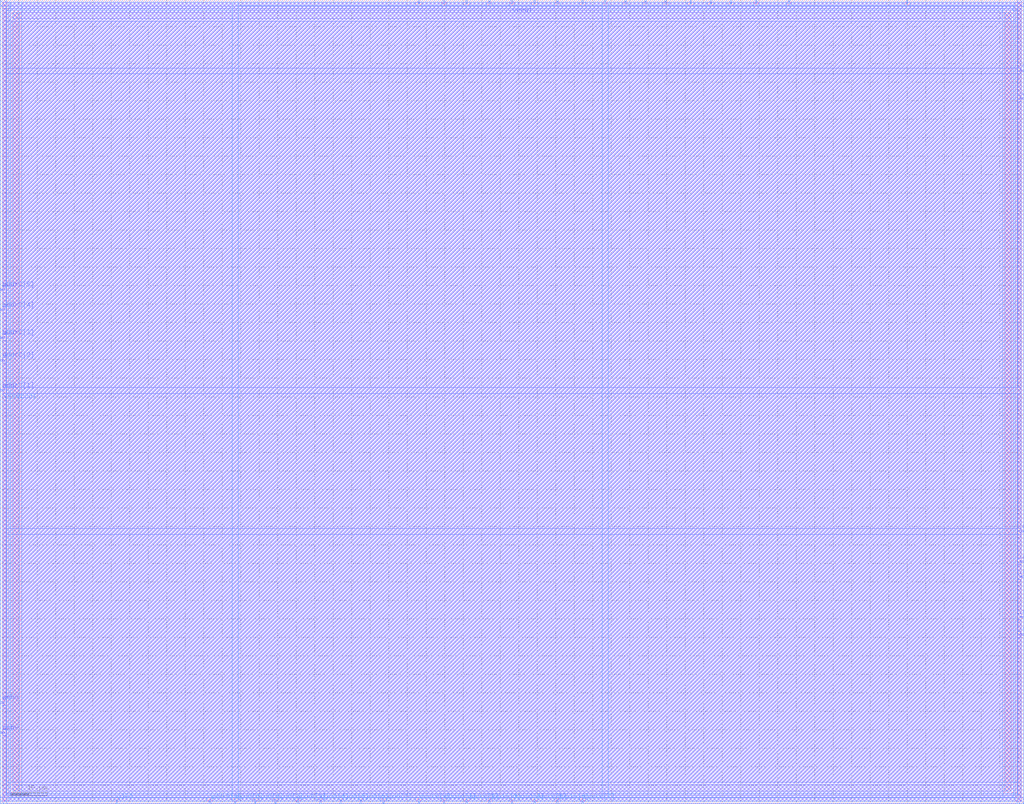
<source format=lef>
VERSION 5.4 ;
NAMESCASESENSITIVE ON ;
BUSBITCHARS "[]" ;
DIVIDERCHAR "/" ;
UNITS
  DATABASE MICRONS 2000 ;
END UNITS
MACRO myconfig
   CLASS BLOCK ;
   SIZE 276.46 BY 217.3 ;
   SYMMETRY X Y R90 ;
   PIN din0[0]
      DIRECTION INPUT ;
      PORT
         LAYER met4 ;
         RECT  63.24 0.0 63.62 1.06 ;
      END
   END din0[0]
   PIN din0[1]
      DIRECTION INPUT ;
      PORT
         LAYER met4 ;
         RECT  68.68 0.0 69.06 1.06 ;
      END
   END din0[1]
   PIN din0[2]
      DIRECTION INPUT ;
      PORT
         LAYER met4 ;
         RECT  74.12 0.0 74.5 1.06 ;
      END
   END din0[2]
   PIN din0[3]
      DIRECTION INPUT ;
      PORT
         LAYER met4 ;
         RECT  80.24 0.0 80.62 1.06 ;
      END
   END din0[3]
   PIN din0[4]
      DIRECTION INPUT ;
      PORT
         LAYER met4 ;
         RECT  86.36 0.0 86.74 1.06 ;
      END
   END din0[4]
   PIN din0[5]
      DIRECTION INPUT ;
      PORT
         LAYER met4 ;
         RECT  91.8 0.0 92.18 1.06 ;
      END
   END din0[5]
   PIN din0[6]
      DIRECTION INPUT ;
      PORT
         LAYER met4 ;
         RECT  97.24 0.0 97.62 1.06 ;
      END
   END din0[6]
   PIN din0[7]
      DIRECTION INPUT ;
      PORT
         LAYER met4 ;
         RECT  103.36 0.0 103.74 1.06 ;
      END
   END din0[7]
   PIN din1[0]
      DIRECTION INPUT ;
      PORT
         LAYER met4 ;
         RECT  163.2 216.24 163.58 217.3 ;
      END
   END din1[0]
   PIN din1[1]
      DIRECTION INPUT ;
      PORT
         LAYER met4 ;
         RECT  168.64 216.24 169.02 217.3 ;
      END
   END din1[1]
   PIN din1[2]
      DIRECTION INPUT ;
      PORT
         LAYER met4 ;
         RECT  174.08 216.24 174.46 217.3 ;
      END
   END din1[2]
   PIN din1[3]
      DIRECTION INPUT ;
      PORT
         LAYER met4 ;
         RECT  179.52 216.24 179.9 217.3 ;
      END
   END din1[3]
   PIN din1[4]
      DIRECTION INPUT ;
      PORT
         LAYER met4 ;
         RECT  186.32 216.24 186.7 217.3 ;
      END
   END din1[4]
   PIN din1[5]
      DIRECTION INPUT ;
      PORT
         LAYER met4 ;
         RECT  191.76 216.24 192.14 217.3 ;
      END
   END din1[5]
   PIN din1[6]
      DIRECTION INPUT ;
      PORT
         LAYER met4 ;
         RECT  197.2 216.24 197.58 217.3 ;
      END
   END din1[6]
   PIN din1[7]
      DIRECTION INPUT ;
      PORT
         LAYER met4 ;
         RECT  204.0 216.24 204.38 217.3 ;
      END
   END din1[7]
   PIN addr0[0]
      DIRECTION INPUT ;
      PORT
         LAYER met4 ;
         RECT  56.44 0.0 56.82 1.06 ;
      END
   END addr0[0]
   PIN addr0[1]
      DIRECTION INPUT ;
      PORT
         LAYER met3 ;
         RECT  0.0 111.52 1.06 111.9 ;
      END
   END addr0[1]
   PIN addr0[2]
      DIRECTION INPUT ;
      PORT
         LAYER met3 ;
         RECT  0.0 119.68 1.06 120.06 ;
      END
   END addr0[2]
   PIN addr0[3]
      DIRECTION INPUT ;
      PORT
         LAYER met3 ;
         RECT  0.0 125.8 1.06 126.18 ;
      END
   END addr0[3]
   PIN addr0[4]
      DIRECTION INPUT ;
      PORT
         LAYER met3 ;
         RECT  0.0 133.28 1.06 133.66 ;
      END
   END addr0[4]
   PIN addr0[5]
      DIRECTION INPUT ;
      PORT
         LAYER met3 ;
         RECT  0.0 138.72 1.06 139.1 ;
      END
   END addr0[5]
   PIN addr1[0]
      DIRECTION INPUT ;
      PORT
         LAYER met4 ;
         RECT  212.84 216.24 213.22 217.3 ;
      END
   END addr1[0]
   PIN addr1[1]
      DIRECTION INPUT ;
      PORT
         LAYER met3 ;
         RECT  275.4 73.44 276.46 73.82 ;
      END
   END addr1[1]
   PIN addr1[2]
      DIRECTION INPUT ;
      PORT
         LAYER met3 ;
         RECT  275.4 65.28 276.46 65.66 ;
      END
   END addr1[2]
   PIN addr1[3]
      DIRECTION INPUT ;
      PORT
         LAYER met3 ;
         RECT  275.4 61.2 276.46 61.58 ;
      END
   END addr1[3]
   PIN addr1[4]
      DIRECTION INPUT ;
      PORT
         LAYER met3 ;
         RECT  275.4 50.32 276.46 50.7 ;
      END
   END addr1[4]
   PIN addr1[5]
      DIRECTION INPUT ;
      PORT
         LAYER met3 ;
         RECT  275.4 45.56 276.46 45.94 ;
      END
   END addr1[5]
   PIN csb0
      DIRECTION INPUT ;
      PORT
         LAYER met3 ;
         RECT  0.0 19.04 1.06 19.42 ;
      END
   END csb0
   PIN csb1
      DIRECTION INPUT ;
      PORT
         LAYER met3 ;
         RECT  275.4 197.88 276.46 198.26 ;
      END
   END csb1
   PIN web0
      DIRECTION INPUT ;
      PORT
         LAYER met3 ;
         RECT  0.0 27.2 1.06 27.58 ;
      END
   END web0
   PIN web1
      DIRECTION INPUT ;
      PORT
         LAYER met3 ;
         RECT  275.4 190.4 276.46 190.78 ;
      END
   END web1
   PIN clk0
      DIRECTION INPUT ;
      PORT
         LAYER met4 ;
         RECT  31.28 0.0 31.66 1.06 ;
      END
   END clk0
   PIN clk1
      DIRECTION INPUT ;
      PORT
         LAYER met4 ;
         RECT  244.8 216.24 245.18 217.3 ;
      END
   END clk1
   PIN dout0[0]
      DIRECTION OUTPUT ;
      PORT
         LAYER met4 ;
         RECT  112.88 0.0 113.26 1.06 ;
      END
   END dout0[0]
   PIN dout0[1]
      DIRECTION OUTPUT ;
      PORT
         LAYER met4 ;
         RECT  119.68 0.0 120.06 1.06 ;
      END
   END dout0[1]
   PIN dout0[2]
      DIRECTION OUTPUT ;
      PORT
         LAYER met4 ;
         RECT  125.8 0.0 126.18 1.06 ;
      END
   END dout0[2]
   PIN dout0[3]
      DIRECTION OUTPUT ;
      PORT
         LAYER met4 ;
         RECT  131.92 0.0 132.3 1.06 ;
      END
   END dout0[3]
   PIN dout0[4]
      DIRECTION OUTPUT ;
      PORT
         LAYER met4 ;
         RECT  138.04 0.0 138.42 1.06 ;
      END
   END dout0[4]
   PIN dout0[5]
      DIRECTION OUTPUT ;
      PORT
         LAYER met4 ;
         RECT  144.16 0.0 144.54 1.06 ;
      END
   END dout0[5]
   PIN dout0[6]
      DIRECTION OUTPUT ;
      PORT
         LAYER met4 ;
         RECT  150.28 0.0 150.66 1.06 ;
      END
   END dout0[6]
   PIN dout0[7]
      DIRECTION OUTPUT ;
      PORT
         LAYER met4 ;
         RECT  157.08 0.0 157.46 1.06 ;
      END
   END dout0[7]
   PIN dout1[0]
      DIRECTION OUTPUT ;
      PORT
         LAYER met4 ;
         RECT  112.88 216.24 113.26 217.3 ;
      END
   END dout1[0]
   PIN dout1[1]
      DIRECTION OUTPUT ;
      PORT
         LAYER met4 ;
         RECT  119.68 216.24 120.06 217.3 ;
      END
   END dout1[1]
   PIN dout1[2]
      DIRECTION OUTPUT ;
      PORT
         LAYER met4 ;
         RECT  125.8 216.24 126.18 217.3 ;
      END
   END dout1[2]
   PIN dout1[3]
      DIRECTION OUTPUT ;
      PORT
         LAYER met4 ;
         RECT  131.92 216.24 132.3 217.3 ;
      END
   END dout1[3]
   PIN dout1[4]
      DIRECTION OUTPUT ;
      PORT
         LAYER met4 ;
         RECT  138.04 216.24 138.42 217.3 ;
      END
   END dout1[4]
   PIN dout1[5]
      DIRECTION OUTPUT ;
      PORT
         LAYER met4 ;
         RECT  144.16 216.24 144.54 217.3 ;
      END
   END dout1[5]
   PIN dout1[6]
      DIRECTION OUTPUT ;
      PORT
         LAYER met4 ;
         RECT  150.28 216.24 150.66 217.3 ;
      END
   END dout1[6]
   PIN dout1[7]
      DIRECTION OUTPUT ;
      PORT
         LAYER met4 ;
         RECT  157.08 216.24 157.46 217.3 ;
      END
   END dout1[7]
   PIN vccd1
      DIRECTION INOUT ;
      USE POWER ; 
      SHAPE ABUTMENT ; 
      PORT
         LAYER met4 ;
         RECT  271.32 3.4 273.06 213.9 ;
         LAYER met3 ;
         RECT  3.4 3.4 273.06 5.14 ;
         LAYER met4 ;
         RECT  3.4 3.4 5.14 213.9 ;
         LAYER met3 ;
         RECT  3.4 212.16 273.06 213.9 ;
      END
   END vccd1
   PIN vssd1
      DIRECTION INOUT ;
      USE GROUND ; 
      SHAPE ABUTMENT ; 
      PORT
         LAYER met3 ;
         RECT  0.0 0.0 276.46 1.74 ;
         LAYER met4 ;
         RECT  274.72 0.0 276.46 217.3 ;
         LAYER met4 ;
         RECT  0.0 0.0 1.74 217.3 ;
         LAYER met3 ;
         RECT  0.0 215.56 276.46 217.3 ;
      END
   END vssd1
   OBS
   LAYER  met1 ;
      RECT  0.62 0.62 275.84 216.68 ;
   LAYER  met2 ;
      RECT  0.62 0.62 275.84 216.68 ;
   LAYER  met3 ;
      RECT  1.66 110.92 275.84 112.5 ;
      RECT  0.62 112.5 1.66 119.08 ;
      RECT  0.62 120.66 1.66 125.2 ;
      RECT  0.62 126.78 1.66 132.68 ;
      RECT  0.62 134.26 1.66 138.12 ;
      RECT  1.66 72.84 274.8 74.42 ;
      RECT  1.66 74.42 274.8 110.92 ;
      RECT  274.8 74.42 275.84 110.92 ;
      RECT  274.8 66.26 275.84 72.84 ;
      RECT  274.8 62.18 275.84 64.68 ;
      RECT  274.8 51.3 275.84 60.6 ;
      RECT  274.8 46.54 275.84 49.72 ;
      RECT  1.66 112.5 274.8 197.28 ;
      RECT  1.66 197.28 274.8 198.86 ;
      RECT  0.62 20.02 1.66 26.6 ;
      RECT  0.62 28.18 1.66 110.92 ;
      RECT  274.8 112.5 275.84 189.8 ;
      RECT  274.8 191.38 275.84 197.28 ;
      RECT  1.66 2.8 2.8 5.74 ;
      RECT  1.66 5.74 2.8 72.84 ;
      RECT  2.8 5.74 273.66 72.84 ;
      RECT  273.66 2.8 274.8 5.74 ;
      RECT  273.66 5.74 274.8 72.84 ;
      RECT  1.66 198.86 2.8 211.56 ;
      RECT  1.66 211.56 2.8 214.5 ;
      RECT  2.8 198.86 273.66 211.56 ;
      RECT  273.66 198.86 274.8 211.56 ;
      RECT  273.66 211.56 274.8 214.5 ;
      RECT  274.8 2.34 275.84 44.96 ;
      RECT  0.62 2.34 1.66 18.44 ;
      RECT  1.66 2.34 2.8 2.8 ;
      RECT  2.8 2.34 273.66 2.8 ;
      RECT  273.66 2.34 274.8 2.8 ;
      RECT  0.62 139.7 1.66 214.96 ;
      RECT  274.8 198.86 275.84 214.96 ;
      RECT  1.66 214.5 2.8 214.96 ;
      RECT  2.8 214.5 273.66 214.96 ;
      RECT  273.66 214.5 274.8 214.96 ;
   LAYER  met4 ;
      RECT  62.64 1.66 64.22 216.68 ;
      RECT  64.22 0.62 68.08 1.66 ;
      RECT  69.66 0.62 73.52 1.66 ;
      RECT  75.1 0.62 79.64 1.66 ;
      RECT  81.22 0.62 85.76 1.66 ;
      RECT  87.34 0.62 91.2 1.66 ;
      RECT  92.78 0.62 96.64 1.66 ;
      RECT  98.22 0.62 102.76 1.66 ;
      RECT  64.22 1.66 162.6 215.64 ;
      RECT  162.6 1.66 164.18 215.64 ;
      RECT  164.18 215.64 168.04 216.68 ;
      RECT  169.62 215.64 173.48 216.68 ;
      RECT  175.06 215.64 178.92 216.68 ;
      RECT  180.5 215.64 185.72 216.68 ;
      RECT  187.3 215.64 191.16 216.68 ;
      RECT  192.74 215.64 196.6 216.68 ;
      RECT  198.18 215.64 203.4 216.68 ;
      RECT  57.42 0.62 62.64 1.66 ;
      RECT  204.98 215.64 212.24 216.68 ;
      RECT  32.26 0.62 55.84 1.66 ;
      RECT  213.82 215.64 244.2 216.68 ;
      RECT  104.34 0.62 112.28 1.66 ;
      RECT  113.86 0.62 119.08 1.66 ;
      RECT  120.66 0.62 125.2 1.66 ;
      RECT  126.78 0.62 131.32 1.66 ;
      RECT  132.9 0.62 137.44 1.66 ;
      RECT  139.02 0.62 143.56 1.66 ;
      RECT  145.14 0.62 149.68 1.66 ;
      RECT  151.26 0.62 156.48 1.66 ;
      RECT  64.22 215.64 112.28 216.68 ;
      RECT  113.86 215.64 119.08 216.68 ;
      RECT  120.66 215.64 125.2 216.68 ;
      RECT  126.78 215.64 131.32 216.68 ;
      RECT  132.9 215.64 137.44 216.68 ;
      RECT  139.02 215.64 143.56 216.68 ;
      RECT  145.14 215.64 149.68 216.68 ;
      RECT  151.26 215.64 156.48 216.68 ;
      RECT  158.06 215.64 162.6 216.68 ;
      RECT  164.18 1.66 270.72 2.8 ;
      RECT  164.18 2.8 270.72 214.5 ;
      RECT  164.18 214.5 270.72 215.64 ;
      RECT  270.72 1.66 273.66 2.8 ;
      RECT  270.72 214.5 273.66 215.64 ;
      RECT  2.8 1.66 5.74 2.8 ;
      RECT  2.8 214.5 5.74 216.68 ;
      RECT  5.74 1.66 62.64 2.8 ;
      RECT  5.74 2.8 62.64 214.5 ;
      RECT  5.74 214.5 62.64 216.68 ;
      RECT  245.78 215.64 274.12 216.68 ;
      RECT  158.06 0.62 274.12 1.66 ;
      RECT  273.66 1.66 274.12 2.8 ;
      RECT  273.66 2.8 274.12 214.5 ;
      RECT  273.66 214.5 274.12 215.64 ;
      RECT  2.34 0.62 30.68 1.66 ;
      RECT  2.34 1.66 2.8 2.8 ;
      RECT  2.34 2.8 2.8 214.5 ;
      RECT  2.34 214.5 2.8 216.68 ;
   END
END    myconfig
END    LIBRARY

</source>
